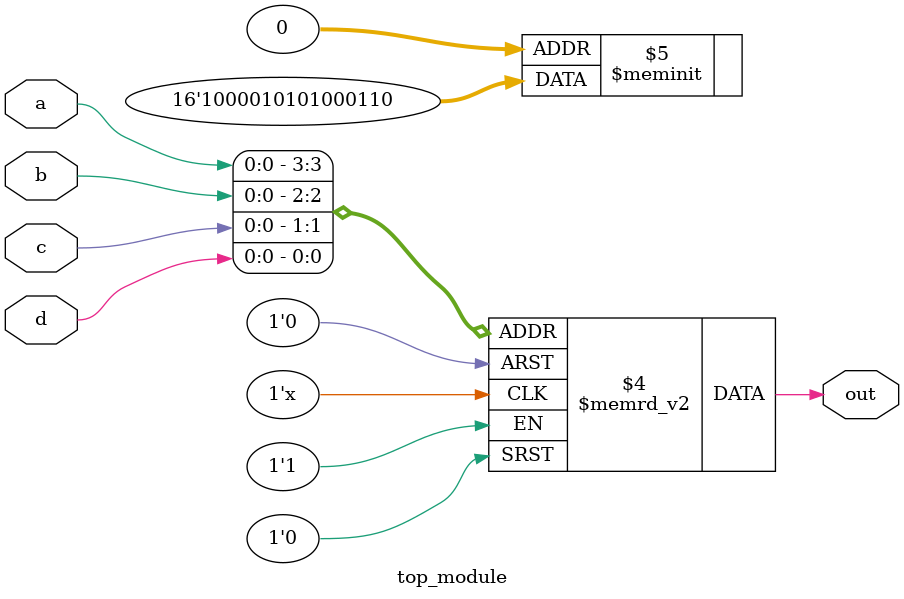
<source format=sv>
module top_module (
	input a, 
	input b,
	input c,
	input d,
	output reg out
);

always @* begin
    case ({a,b,c,d})
        4'b0000: out = 0;
        4'b0001: out = 1;
        4'b0011: out = 0;
        4'b0010: out = 1;
        4'b0110: out = 1;
        4'b0111: out = 0;
        4'b1111: out = 1;
        4'b1110: out = 0;
        4'b1010: out = 1;
        4'b1011: out = 0;
        4'b1001: out = 0;
        4'b1000: out = 1;
        default: out = 0;
    endcase
end

endmodule

</source>
